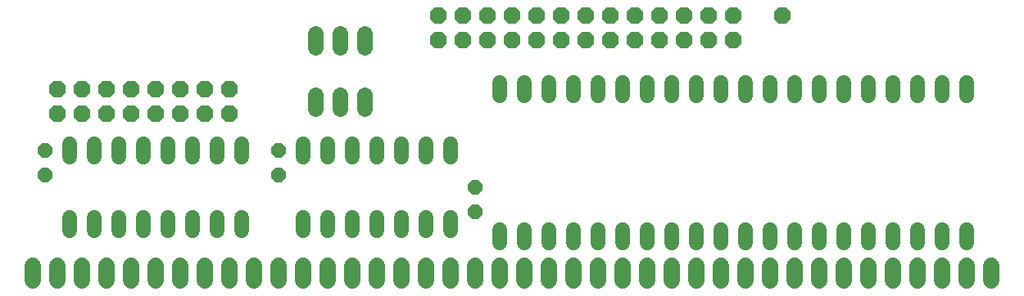
<source format=gts>
G75*
%MOIN*%
%OFA0B0*%
%FSLAX24Y24*%
%IPPOS*%
%LPD*%
%AMOC8*
5,1,8,0,0,1.08239X$1,22.5*
%
%ADD10C,0.0680*%
%ADD11OC8,0.0680*%
%ADD12OC8,0.0600*%
%ADD13C,0.0600*%
%ADD14C,0.0640*%
D10*
X000680Y000880D02*
X000680Y001480D01*
X001680Y001480D02*
X001680Y000880D01*
X002680Y000880D02*
X002680Y001480D01*
X003680Y001480D02*
X003680Y000880D01*
X004680Y000880D02*
X004680Y001480D01*
X005680Y001480D02*
X005680Y000880D01*
X006680Y000880D02*
X006680Y001480D01*
X007680Y001480D02*
X007680Y000880D01*
X008680Y000880D02*
X008680Y001480D01*
X009680Y001480D02*
X009680Y000880D01*
X010680Y000880D02*
X010680Y001480D01*
X011680Y001480D02*
X011680Y000880D01*
X012680Y000880D02*
X012680Y001480D01*
X013680Y001480D02*
X013680Y000880D01*
X014680Y000880D02*
X014680Y001480D01*
X015680Y001480D02*
X015680Y000880D01*
X016680Y000880D02*
X016680Y001480D01*
X017680Y001480D02*
X017680Y000880D01*
X018680Y000880D02*
X018680Y001480D01*
X019680Y001480D02*
X019680Y000880D01*
X020680Y000880D02*
X020680Y001480D01*
X021680Y001480D02*
X021680Y000880D01*
X022680Y000880D02*
X022680Y001480D01*
X023680Y001480D02*
X023680Y000880D01*
X024680Y000880D02*
X024680Y001480D01*
X025680Y001480D02*
X025680Y000880D01*
X026680Y000880D02*
X026680Y001480D01*
X027680Y001480D02*
X027680Y000880D01*
X028680Y000880D02*
X028680Y001480D01*
X029680Y001480D02*
X029680Y000880D01*
X030680Y000880D02*
X030680Y001480D01*
X031680Y001480D02*
X031680Y000880D01*
X032680Y000880D02*
X032680Y001480D01*
X033680Y001480D02*
X033680Y000880D01*
X034680Y000880D02*
X034680Y001480D01*
X035680Y001480D02*
X035680Y000880D01*
X036680Y000880D02*
X036680Y001480D01*
X037680Y001480D02*
X037680Y000880D01*
X038680Y000880D02*
X038680Y001480D01*
X039680Y001480D02*
X039680Y000880D01*
D11*
X029180Y010680D03*
X028180Y010680D03*
X027180Y010680D03*
X026180Y010680D03*
X025180Y010680D03*
X024180Y010680D03*
X023180Y010680D03*
X022180Y010680D03*
X021180Y010680D03*
X020180Y010680D03*
X019180Y010680D03*
X018180Y010680D03*
X017180Y010680D03*
X017180Y011680D03*
X018180Y011680D03*
X019180Y011680D03*
X020180Y011680D03*
X021180Y011680D03*
X022180Y011680D03*
X023180Y011680D03*
X024180Y011680D03*
X025180Y011680D03*
X026180Y011680D03*
X027180Y011680D03*
X028180Y011680D03*
X029180Y011680D03*
X031180Y011680D03*
X008680Y008680D03*
X007680Y008680D03*
X006680Y008680D03*
X005680Y008680D03*
X004680Y008680D03*
X003680Y008680D03*
X002680Y008680D03*
X001680Y008680D03*
X001680Y007680D03*
X002680Y007680D03*
X003680Y007680D03*
X004680Y007680D03*
X005680Y007680D03*
X006680Y007680D03*
X007680Y007680D03*
X008680Y007680D03*
D12*
X010680Y006180D03*
X010680Y005180D03*
X018680Y004680D03*
X018680Y003680D03*
X001180Y005180D03*
X001180Y006180D03*
D13*
X002180Y005920D02*
X002180Y006440D01*
X003180Y006440D02*
X003180Y005920D01*
X004180Y005920D02*
X004180Y006440D01*
X005180Y006440D02*
X005180Y005920D01*
X006180Y005920D02*
X006180Y006440D01*
X007180Y006440D02*
X007180Y005920D01*
X008180Y005920D02*
X008180Y006440D01*
X009180Y006440D02*
X009180Y005920D01*
X011680Y005920D02*
X011680Y006440D01*
X012680Y006440D02*
X012680Y005920D01*
X013680Y005920D02*
X013680Y006440D01*
X014680Y006440D02*
X014680Y005920D01*
X015680Y005920D02*
X015680Y006440D01*
X016680Y006440D02*
X016680Y005920D01*
X017680Y005920D02*
X017680Y006440D01*
X019680Y008420D02*
X019680Y008940D01*
X020680Y008940D02*
X020680Y008420D01*
X021680Y008420D02*
X021680Y008940D01*
X022680Y008940D02*
X022680Y008420D01*
X023680Y008420D02*
X023680Y008940D01*
X024680Y008940D02*
X024680Y008420D01*
X025680Y008420D02*
X025680Y008940D01*
X026680Y008940D02*
X026680Y008420D01*
X027680Y008420D02*
X027680Y008940D01*
X028680Y008940D02*
X028680Y008420D01*
X029680Y008420D02*
X029680Y008940D01*
X030680Y008940D02*
X030680Y008420D01*
X031680Y008420D02*
X031680Y008940D01*
X032680Y008940D02*
X032680Y008420D01*
X033680Y008420D02*
X033680Y008940D01*
X034680Y008940D02*
X034680Y008420D01*
X035680Y008420D02*
X035680Y008940D01*
X036680Y008940D02*
X036680Y008420D01*
X037680Y008420D02*
X037680Y008940D01*
X038680Y008940D02*
X038680Y008420D01*
X038680Y002940D02*
X038680Y002420D01*
X037680Y002420D02*
X037680Y002940D01*
X036680Y002940D02*
X036680Y002420D01*
X035680Y002420D02*
X035680Y002940D01*
X034680Y002940D02*
X034680Y002420D01*
X033680Y002420D02*
X033680Y002940D01*
X032680Y002940D02*
X032680Y002420D01*
X031680Y002420D02*
X031680Y002940D01*
X030680Y002940D02*
X030680Y002420D01*
X029680Y002420D02*
X029680Y002940D01*
X028680Y002940D02*
X028680Y002420D01*
X027680Y002420D02*
X027680Y002940D01*
X026680Y002940D02*
X026680Y002420D01*
X025680Y002420D02*
X025680Y002940D01*
X024680Y002940D02*
X024680Y002420D01*
X023680Y002420D02*
X023680Y002940D01*
X022680Y002940D02*
X022680Y002420D01*
X021680Y002420D02*
X021680Y002940D01*
X020680Y002940D02*
X020680Y002420D01*
X019680Y002420D02*
X019680Y002940D01*
X017680Y002920D02*
X017680Y003440D01*
X016680Y003440D02*
X016680Y002920D01*
X015680Y002920D02*
X015680Y003440D01*
X014680Y003440D02*
X014680Y002920D01*
X013680Y002920D02*
X013680Y003440D01*
X012680Y003440D02*
X012680Y002920D01*
X011680Y002920D02*
X011680Y003440D01*
X009180Y003440D02*
X009180Y002920D01*
X008180Y002920D02*
X008180Y003440D01*
X007180Y003440D02*
X007180Y002920D01*
X006180Y002920D02*
X006180Y003440D01*
X005180Y003440D02*
X005180Y002920D01*
X004180Y002920D02*
X004180Y003440D01*
X003180Y003440D02*
X003180Y002920D01*
X002180Y002920D02*
X002180Y003440D01*
D14*
X012180Y007900D02*
X012180Y008460D01*
X013180Y008460D02*
X013180Y007900D01*
X014180Y007900D02*
X014180Y008460D01*
X014180Y010400D02*
X014180Y010960D01*
X013180Y010960D02*
X013180Y010400D01*
X012180Y010400D02*
X012180Y010960D01*
M02*

</source>
